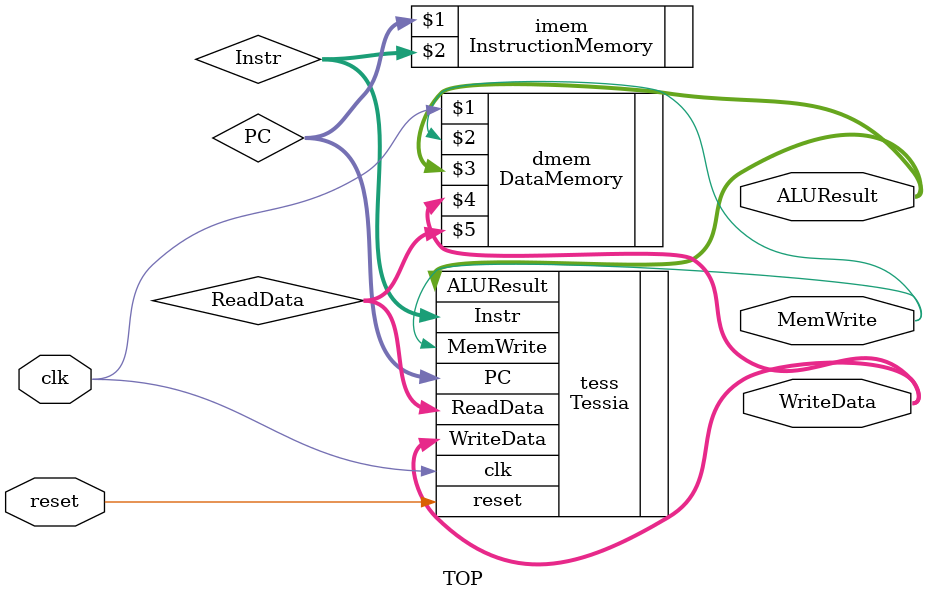
<source format=sv>
module TOP(input logic clk, reset,
			  output logic [31:0] WriteData, ALUResult,
			  output logic MemWrite);
			  
	logic [31:0] PC, ReadData, Instr;
	
	// instantiate Tessia processor and memories
					
	Tessia tess(.clk(clk), .reset(reset),
			  .Instr(Instr), .ReadData(ReadData),
			 .MemWrite(MemWrite),
			 .PC(PC), .ALUResult(ALUResult),
			 .WriteData(WriteData));
					
	InstructionMemory imem(PC, Instr);
	
	DataMemory dmem(clk, MemWrite, ALUResult, WriteData, ReadData);
endmodule

</source>
